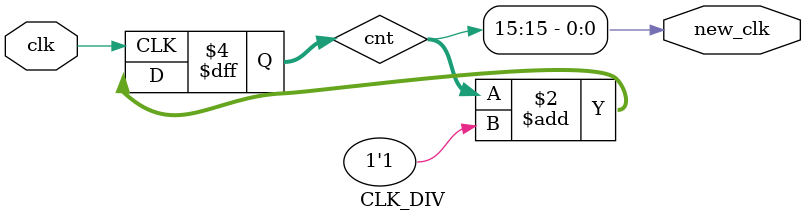
<source format=v>
`timescale 1ns / 1ps


module CLK_DIV #(parameter MAX = 15)(
    input clk,
    
    output new_clk
    );

    reg [MAX:0] cnt = 0;
    assign new_clk = cnt[MAX];
    always@(posedge clk) begin
        cnt <= cnt + 1'b1;
    end
endmodule

</source>
